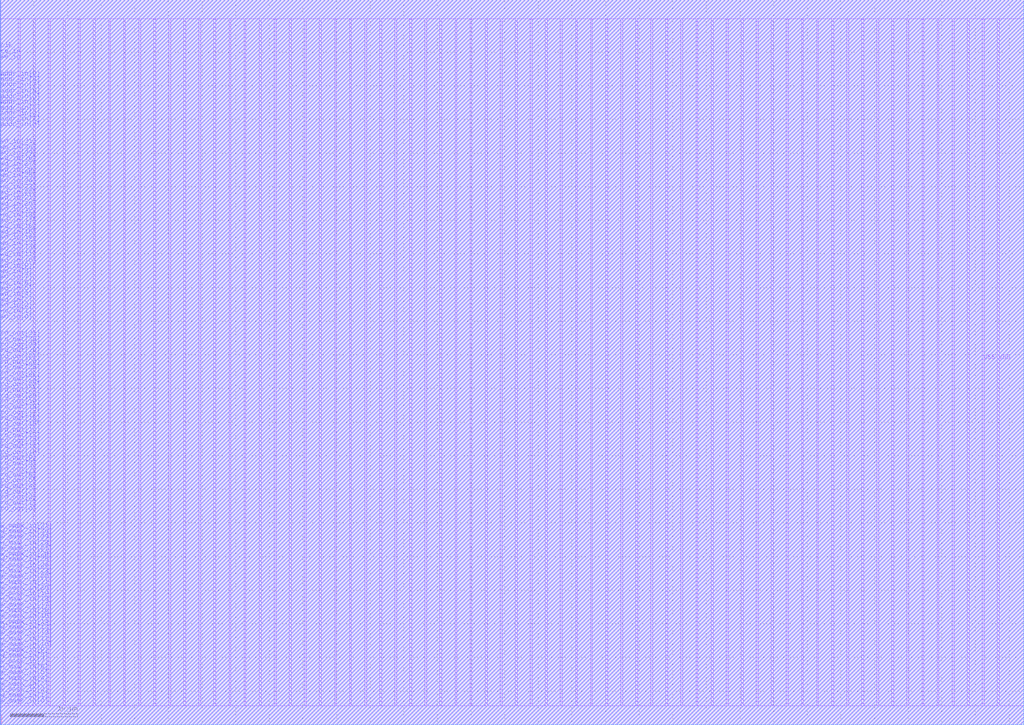
<source format=lef>
VERSION 5.7 ;
BUSBITCHARS "[]" ;
MACRO fakeram45_1024x32_upper
  FOREIGN fakeram45_1024x32_upper 0 0 ;
  SYMMETRY X Y R90 ;
  SIZE 0.19 BY 1.4 ;
  CLASS BLOCK ;
  PIN w_mask_in[0]
    DIRECTION INPUT ;
    USE SIGNAL ;
    SHAPE ABUTMENT ;
    PORT
      LAYER metal18 ;
      RECT 0.000 2.800 0.070 2.870 ;
    END
  END w_mask_in[0]
  PIN w_mask_in[1]
    DIRECTION INPUT ;
    USE SIGNAL ;
    SHAPE ABUTMENT ;
    PORT
      LAYER metal18 ;
      RECT 0.000 3.640 0.070 3.710 ;
    END
  END w_mask_in[1]
  PIN w_mask_in[2]
    DIRECTION INPUT ;
    USE SIGNAL ;
    SHAPE ABUTMENT ;
    PORT
      LAYER metal18 ;
      RECT 0.000 4.480 0.070 4.550 ;
    END
  END w_mask_in[2]
  PIN w_mask_in[3]
    DIRECTION INPUT ;
    USE SIGNAL ;
    SHAPE ABUTMENT ;
    PORT
      LAYER metal18 ;
      RECT 0.000 5.320 0.070 5.390 ;
    END
  END w_mask_in[3]
  PIN w_mask_in[4]
    DIRECTION INPUT ;
    USE SIGNAL ;
    SHAPE ABUTMENT ;
    PORT
      LAYER metal18 ;
      RECT 0.000 6.160 0.070 6.230 ;
    END
  END w_mask_in[4]
  PIN w_mask_in[5]
    DIRECTION INPUT ;
    USE SIGNAL ;
    SHAPE ABUTMENT ;
    PORT
      LAYER metal18 ;
      RECT 0.000 7.000 0.070 7.070 ;
    END
  END w_mask_in[5]
  PIN w_mask_in[6]
    DIRECTION INPUT ;
    USE SIGNAL ;
    SHAPE ABUTMENT ;
    PORT
      LAYER metal18 ;
      RECT 0.000 7.840 0.070 7.910 ;
    END
  END w_mask_in[6]
  PIN w_mask_in[7]
    DIRECTION INPUT ;
    USE SIGNAL ;
    SHAPE ABUTMENT ;
    PORT
      LAYER metal18 ;
      RECT 0.000 8.680 0.070 8.750 ;
    END
  END w_mask_in[7]
  PIN w_mask_in[8]
    DIRECTION INPUT ;
    USE SIGNAL ;
    SHAPE ABUTMENT ;
    PORT
      LAYER metal18 ;
      RECT 0.000 9.520 0.070 9.590 ;
    END
  END w_mask_in[8]
  PIN w_mask_in[9]
    DIRECTION INPUT ;
    USE SIGNAL ;
    SHAPE ABUTMENT ;
    PORT
      LAYER metal18 ;
      RECT 0.000 10.360 0.070 10.430 ;
    END
  END w_mask_in[9]
  PIN w_mask_in[10]
    DIRECTION INPUT ;
    USE SIGNAL ;
    SHAPE ABUTMENT ;
    PORT
      LAYER metal18 ;
      RECT 0.000 11.200 0.070 11.270 ;
    END
  END w_mask_in[10]
  PIN w_mask_in[11]
    DIRECTION INPUT ;
    USE SIGNAL ;
    SHAPE ABUTMENT ;
    PORT
      LAYER metal18 ;
      RECT 0.000 12.040 0.070 12.110 ;
    END
  END w_mask_in[11]
  PIN w_mask_in[12]
    DIRECTION INPUT ;
    USE SIGNAL ;
    SHAPE ABUTMENT ;
    PORT
      LAYER metal18 ;
      RECT 0.000 12.880 0.070 12.950 ;
    END
  END w_mask_in[12]
  PIN w_mask_in[13]
    DIRECTION INPUT ;
    USE SIGNAL ;
    SHAPE ABUTMENT ;
    PORT
      LAYER metal18 ;
      RECT 0.000 13.720 0.070 13.790 ;
    END
  END w_mask_in[13]
  PIN w_mask_in[14]
    DIRECTION INPUT ;
    USE SIGNAL ;
    SHAPE ABUTMENT ;
    PORT
      LAYER metal18 ;
      RECT 0.000 14.560 0.070 14.630 ;
    END
  END w_mask_in[14]
  PIN w_mask_in[15]
    DIRECTION INPUT ;
    USE SIGNAL ;
    SHAPE ABUTMENT ;
    PORT
      LAYER metal18 ;
      RECT 0.000 15.400 0.070 15.470 ;
    END
  END w_mask_in[15]
  PIN w_mask_in[16]
    DIRECTION INPUT ;
    USE SIGNAL ;
    SHAPE ABUTMENT ;
    PORT
      LAYER metal18 ;
      RECT 0.000 16.240 0.070 16.310 ;
    END
  END w_mask_in[16]
  PIN w_mask_in[17]
    DIRECTION INPUT ;
    USE SIGNAL ;
    SHAPE ABUTMENT ;
    PORT
      LAYER metal18 ;
      RECT 0.000 17.080 0.070 17.150 ;
    END
  END w_mask_in[17]
  PIN w_mask_in[18]
    DIRECTION INPUT ;
    USE SIGNAL ;
    SHAPE ABUTMENT ;
    PORT
      LAYER metal18 ;
      RECT 0.000 17.920 0.070 17.990 ;
    END
  END w_mask_in[18]
  PIN w_mask_in[19]
    DIRECTION INPUT ;
    USE SIGNAL ;
    SHAPE ABUTMENT ;
    PORT
      LAYER metal18 ;
      RECT 0.000 18.760 0.070 18.830 ;
    END
  END w_mask_in[19]
  PIN w_mask_in[20]
    DIRECTION INPUT ;
    USE SIGNAL ;
    SHAPE ABUTMENT ;
    PORT
      LAYER metal18 ;
      RECT 0.000 19.600 0.070 19.670 ;
    END
  END w_mask_in[20]
  PIN w_mask_in[21]
    DIRECTION INPUT ;
    USE SIGNAL ;
    SHAPE ABUTMENT ;
    PORT
      LAYER metal18 ;
      RECT 0.000 20.440 0.070 20.510 ;
    END
  END w_mask_in[21]
  PIN w_mask_in[22]
    DIRECTION INPUT ;
    USE SIGNAL ;
    SHAPE ABUTMENT ;
    PORT
      LAYER metal18 ;
      RECT 0.000 21.280 0.070 21.350 ;
    END
  END w_mask_in[22]
  PIN w_mask_in[23]
    DIRECTION INPUT ;
    USE SIGNAL ;
    SHAPE ABUTMENT ;
    PORT
      LAYER metal18 ;
      RECT 0.000 22.120 0.070 22.190 ;
    END
  END w_mask_in[23]
  PIN w_mask_in[24]
    DIRECTION INPUT ;
    USE SIGNAL ;
    SHAPE ABUTMENT ;
    PORT
      LAYER metal18 ;
      RECT 0.000 22.960 0.070 23.030 ;
    END
  END w_mask_in[24]
  PIN w_mask_in[25]
    DIRECTION INPUT ;
    USE SIGNAL ;
    SHAPE ABUTMENT ;
    PORT
      LAYER metal18 ;
      RECT 0.000 23.800 0.070 23.870 ;
    END
  END w_mask_in[25]
  PIN w_mask_in[26]
    DIRECTION INPUT ;
    USE SIGNAL ;
    SHAPE ABUTMENT ;
    PORT
      LAYER metal18 ;
      RECT 0.000 24.640 0.070 24.710 ;
    END
  END w_mask_in[26]
  PIN w_mask_in[27]
    DIRECTION INPUT ;
    USE SIGNAL ;
    SHAPE ABUTMENT ;
    PORT
      LAYER metal18 ;
      RECT 0.000 25.480 0.070 25.550 ;
    END
  END w_mask_in[27]
  PIN w_mask_in[28]
    DIRECTION INPUT ;
    USE SIGNAL ;
    SHAPE ABUTMENT ;
    PORT
      LAYER metal18 ;
      RECT 0.000 26.320 0.070 26.390 ;
    END
  END w_mask_in[28]
  PIN w_mask_in[29]
    DIRECTION INPUT ;
    USE SIGNAL ;
    SHAPE ABUTMENT ;
    PORT
      LAYER metal18 ;
      RECT 0.000 27.160 0.070 27.230 ;
    END
  END w_mask_in[29]
  PIN w_mask_in[30]
    DIRECTION INPUT ;
    USE SIGNAL ;
    SHAPE ABUTMENT ;
    PORT
      LAYER metal18 ;
      RECT 0.000 28.000 0.070 28.070 ;
    END
  END w_mask_in[30]
  PIN w_mask_in[31]
    DIRECTION INPUT ;
    USE SIGNAL ;
    SHAPE ABUTMENT ;
    PORT
      LAYER metal18 ;
      RECT 0.000 28.840 0.070 28.910 ;
    END
  END w_mask_in[31]
  PIN rd_out[0]
    DIRECTION OUTPUT ;
    USE SIGNAL ;
    SHAPE ABUTMENT ;
    PORT
      LAYER metal18 ;
      RECT 0.000 31.360 0.070 31.430 ;
    END
  END rd_out[0]
  PIN rd_out[1]
    DIRECTION OUTPUT ;
    USE SIGNAL ;
    SHAPE ABUTMENT ;
    PORT
      LAYER metal18 ;
      RECT 0.000 32.200 0.070 32.270 ;
    END
  END rd_out[1]
  PIN rd_out[2]
    DIRECTION OUTPUT ;
    USE SIGNAL ;
    SHAPE ABUTMENT ;
    PORT
      LAYER metal18 ;
      RECT 0.000 33.040 0.070 33.110 ;
    END
  END rd_out[2]
  PIN rd_out[3]
    DIRECTION OUTPUT ;
    USE SIGNAL ;
    SHAPE ABUTMENT ;
    PORT
      LAYER metal18 ;
      RECT 0.000 33.880 0.070 33.950 ;
    END
  END rd_out[3]
  PIN rd_out[4]
    DIRECTION OUTPUT ;
    USE SIGNAL ;
    SHAPE ABUTMENT ;
    PORT
      LAYER metal18 ;
      RECT 0.000 34.720 0.070 34.790 ;
    END
  END rd_out[4]
  PIN rd_out[5]
    DIRECTION OUTPUT ;
    USE SIGNAL ;
    SHAPE ABUTMENT ;
    PORT
      LAYER metal18 ;
      RECT 0.000 35.560 0.070 35.630 ;
    END
  END rd_out[5]
  PIN rd_out[6]
    DIRECTION OUTPUT ;
    USE SIGNAL ;
    SHAPE ABUTMENT ;
    PORT
      LAYER metal18 ;
      RECT 0.000 36.400 0.070 36.470 ;
    END
  END rd_out[6]
  PIN rd_out[7]
    DIRECTION OUTPUT ;
    USE SIGNAL ;
    SHAPE ABUTMENT ;
    PORT
      LAYER metal18 ;
      RECT 0.000 37.240 0.070 37.310 ;
    END
  END rd_out[7]
  PIN rd_out[8]
    DIRECTION OUTPUT ;
    USE SIGNAL ;
    SHAPE ABUTMENT ;
    PORT
      LAYER metal18 ;
      RECT 0.000 38.080 0.070 38.150 ;
    END
  END rd_out[8]
  PIN rd_out[9]
    DIRECTION OUTPUT ;
    USE SIGNAL ;
    SHAPE ABUTMENT ;
    PORT
      LAYER metal18 ;
      RECT 0.000 38.920 0.070 38.990 ;
    END
  END rd_out[9]
  PIN rd_out[10]
    DIRECTION OUTPUT ;
    USE SIGNAL ;
    SHAPE ABUTMENT ;
    PORT
      LAYER metal18 ;
      RECT 0.000 39.760 0.070 39.830 ;
    END
  END rd_out[10]
  PIN rd_out[11]
    DIRECTION OUTPUT ;
    USE SIGNAL ;
    SHAPE ABUTMENT ;
    PORT
      LAYER metal18 ;
      RECT 0.000 40.600 0.070 40.670 ;
    END
  END rd_out[11]
  PIN rd_out[12]
    DIRECTION OUTPUT ;
    USE SIGNAL ;
    SHAPE ABUTMENT ;
    PORT
      LAYER metal18 ;
      RECT 0.000 41.440 0.070 41.510 ;
    END
  END rd_out[12]
  PIN rd_out[13]
    DIRECTION OUTPUT ;
    USE SIGNAL ;
    SHAPE ABUTMENT ;
    PORT
      LAYER metal18 ;
      RECT 0.000 42.280 0.070 42.350 ;
    END
  END rd_out[13]
  PIN rd_out[14]
    DIRECTION OUTPUT ;
    USE SIGNAL ;
    SHAPE ABUTMENT ;
    PORT
      LAYER metal18 ;
      RECT 0.000 43.120 0.070 43.190 ;
    END
  END rd_out[14]
  PIN rd_out[15]
    DIRECTION OUTPUT ;
    USE SIGNAL ;
    SHAPE ABUTMENT ;
    PORT
      LAYER metal18 ;
      RECT 0.000 43.960 0.070 44.030 ;
    END
  END rd_out[15]
  PIN rd_out[16]
    DIRECTION OUTPUT ;
    USE SIGNAL ;
    SHAPE ABUTMENT ;
    PORT
      LAYER metal18 ;
      RECT 0.000 44.800 0.070 44.870 ;
    END
  END rd_out[16]
  PIN rd_out[17]
    DIRECTION OUTPUT ;
    USE SIGNAL ;
    SHAPE ABUTMENT ;
    PORT
      LAYER metal18 ;
      RECT 0.000 45.640 0.070 45.710 ;
    END
  END rd_out[17]
  PIN rd_out[18]
    DIRECTION OUTPUT ;
    USE SIGNAL ;
    SHAPE ABUTMENT ;
    PORT
      LAYER metal18 ;
      RECT 0.000 46.480 0.070 46.550 ;
    END
  END rd_out[18]
  PIN rd_out[19]
    DIRECTION OUTPUT ;
    USE SIGNAL ;
    SHAPE ABUTMENT ;
    PORT
      LAYER metal18 ;
      RECT 0.000 47.320 0.070 47.390 ;
    END
  END rd_out[19]
  PIN rd_out[20]
    DIRECTION OUTPUT ;
    USE SIGNAL ;
    SHAPE ABUTMENT ;
    PORT
      LAYER metal18 ;
      RECT 0.000 48.160 0.070 48.230 ;
    END
  END rd_out[20]
  PIN rd_out[21]
    DIRECTION OUTPUT ;
    USE SIGNAL ;
    SHAPE ABUTMENT ;
    PORT
      LAYER metal18 ;
      RECT 0.000 49.000 0.070 49.070 ;
    END
  END rd_out[21]
  PIN rd_out[22]
    DIRECTION OUTPUT ;
    USE SIGNAL ;
    SHAPE ABUTMENT ;
    PORT
      LAYER metal18 ;
      RECT 0.000 49.840 0.070 49.910 ;
    END
  END rd_out[22]
  PIN rd_out[23]
    DIRECTION OUTPUT ;
    USE SIGNAL ;
    SHAPE ABUTMENT ;
    PORT
      LAYER metal18 ;
      RECT 0.000 50.680 0.070 50.750 ;
    END
  END rd_out[23]
  PIN rd_out[24]
    DIRECTION OUTPUT ;
    USE SIGNAL ;
    SHAPE ABUTMENT ;
    PORT
      LAYER metal18 ;
      RECT 0.000 51.520 0.070 51.590 ;
    END
  END rd_out[24]
  PIN rd_out[25]
    DIRECTION OUTPUT ;
    USE SIGNAL ;
    SHAPE ABUTMENT ;
    PORT
      LAYER metal18 ;
      RECT 0.000 52.360 0.070 52.430 ;
    END
  END rd_out[25]
  PIN rd_out[26]
    DIRECTION OUTPUT ;
    USE SIGNAL ;
    SHAPE ABUTMENT ;
    PORT
      LAYER metal18 ;
      RECT 0.000 53.200 0.070 53.270 ;
    END
  END rd_out[26]
  PIN rd_out[27]
    DIRECTION OUTPUT ;
    USE SIGNAL ;
    SHAPE ABUTMENT ;
    PORT
      LAYER metal18 ;
      RECT 0.000 54.040 0.070 54.110 ;
    END
  END rd_out[27]
  PIN rd_out[28]
    DIRECTION OUTPUT ;
    USE SIGNAL ;
    SHAPE ABUTMENT ;
    PORT
      LAYER metal18 ;
      RECT 0.000 54.880 0.070 54.950 ;
    END
  END rd_out[28]
  PIN rd_out[29]
    DIRECTION OUTPUT ;
    USE SIGNAL ;
    SHAPE ABUTMENT ;
    PORT
      LAYER metal18 ;
      RECT 0.000 55.720 0.070 55.790 ;
    END
  END rd_out[29]
  PIN rd_out[30]
    DIRECTION OUTPUT ;
    USE SIGNAL ;
    SHAPE ABUTMENT ;
    PORT
      LAYER metal18 ;
      RECT 0.000 56.560 0.070 56.630 ;
    END
  END rd_out[30]
  PIN rd_out[31]
    DIRECTION OUTPUT ;
    USE SIGNAL ;
    SHAPE ABUTMENT ;
    PORT
      LAYER metal18 ;
      RECT 0.000 57.400 0.070 57.470 ;
    END
  END rd_out[31]
  PIN wd_in[0]
    DIRECTION INPUT ;
    USE SIGNAL ;
    SHAPE ABUTMENT ;
    PORT
      LAYER metal18 ;
      RECT 0.000 59.920 0.070 59.990 ;
    END
  END wd_in[0]
  PIN wd_in[1]
    DIRECTION INPUT ;
    USE SIGNAL ;
    SHAPE ABUTMENT ;
    PORT
      LAYER metal18 ;
      RECT 0.000 60.760 0.070 60.830 ;
    END
  END wd_in[1]
  PIN wd_in[2]
    DIRECTION INPUT ;
    USE SIGNAL ;
    SHAPE ABUTMENT ;
    PORT
      LAYER metal18 ;
      RECT 0.000 61.600 0.070 61.670 ;
    END
  END wd_in[2]
  PIN wd_in[3]
    DIRECTION INPUT ;
    USE SIGNAL ;
    SHAPE ABUTMENT ;
    PORT
      LAYER metal18 ;
      RECT 0.000 62.440 0.070 62.510 ;
    END
  END wd_in[3]
  PIN wd_in[4]
    DIRECTION INPUT ;
    USE SIGNAL ;
    SHAPE ABUTMENT ;
    PORT
      LAYER metal18 ;
      RECT 0.000 63.280 0.070 63.350 ;
    END
  END wd_in[4]
  PIN wd_in[5]
    DIRECTION INPUT ;
    USE SIGNAL ;
    SHAPE ABUTMENT ;
    PORT
      LAYER metal18 ;
      RECT 0.000 64.120 0.070 64.190 ;
    END
  END wd_in[5]
  PIN wd_in[6]
    DIRECTION INPUT ;
    USE SIGNAL ;
    SHAPE ABUTMENT ;
    PORT
      LAYER metal18 ;
      RECT 0.000 64.960 0.070 65.030 ;
    END
  END wd_in[6]
  PIN wd_in[7]
    DIRECTION INPUT ;
    USE SIGNAL ;
    SHAPE ABUTMENT ;
    PORT
      LAYER metal18 ;
      RECT 0.000 65.800 0.070 65.870 ;
    END
  END wd_in[7]
  PIN wd_in[8]
    DIRECTION INPUT ;
    USE SIGNAL ;
    SHAPE ABUTMENT ;
    PORT
      LAYER metal18 ;
      RECT 0.000 66.640 0.070 66.710 ;
    END
  END wd_in[8]
  PIN wd_in[9]
    DIRECTION INPUT ;
    USE SIGNAL ;
    SHAPE ABUTMENT ;
    PORT
      LAYER metal18 ;
      RECT 0.000 67.480 0.070 67.550 ;
    END
  END wd_in[9]
  PIN wd_in[10]
    DIRECTION INPUT ;
    USE SIGNAL ;
    SHAPE ABUTMENT ;
    PORT
      LAYER metal18 ;
      RECT 0.000 68.320 0.070 68.390 ;
    END
  END wd_in[10]
  PIN wd_in[11]
    DIRECTION INPUT ;
    USE SIGNAL ;
    SHAPE ABUTMENT ;
    PORT
      LAYER metal18 ;
      RECT 0.000 69.160 0.070 69.230 ;
    END
  END wd_in[11]
  PIN wd_in[12]
    DIRECTION INPUT ;
    USE SIGNAL ;
    SHAPE ABUTMENT ;
    PORT
      LAYER metal18 ;
      RECT 0.000 70.000 0.070 70.070 ;
    END
  END wd_in[12]
  PIN wd_in[13]
    DIRECTION INPUT ;
    USE SIGNAL ;
    SHAPE ABUTMENT ;
    PORT
      LAYER metal18 ;
      RECT 0.000 70.840 0.070 70.910 ;
    END
  END wd_in[13]
  PIN wd_in[14]
    DIRECTION INPUT ;
    USE SIGNAL ;
    SHAPE ABUTMENT ;
    PORT
      LAYER metal18 ;
      RECT 0.000 71.680 0.070 71.750 ;
    END
  END wd_in[14]
  PIN wd_in[15]
    DIRECTION INPUT ;
    USE SIGNAL ;
    SHAPE ABUTMENT ;
    PORT
      LAYER metal18 ;
      RECT 0.000 72.520 0.070 72.590 ;
    END
  END wd_in[15]
  PIN wd_in[16]
    DIRECTION INPUT ;
    USE SIGNAL ;
    SHAPE ABUTMENT ;
    PORT
      LAYER metal18 ;
      RECT 0.000 73.360 0.070 73.430 ;
    END
  END wd_in[16]
  PIN wd_in[17]
    DIRECTION INPUT ;
    USE SIGNAL ;
    SHAPE ABUTMENT ;
    PORT
      LAYER metal18 ;
      RECT 0.000 74.200 0.070 74.270 ;
    END
  END wd_in[17]
  PIN wd_in[18]
    DIRECTION INPUT ;
    USE SIGNAL ;
    SHAPE ABUTMENT ;
    PORT
      LAYER metal18 ;
      RECT 0.000 75.040 0.070 75.110 ;
    END
  END wd_in[18]
  PIN wd_in[19]
    DIRECTION INPUT ;
    USE SIGNAL ;
    SHAPE ABUTMENT ;
    PORT
      LAYER metal18 ;
      RECT 0.000 75.880 0.070 75.950 ;
    END
  END wd_in[19]
  PIN wd_in[20]
    DIRECTION INPUT ;
    USE SIGNAL ;
    SHAPE ABUTMENT ;
    PORT
      LAYER metal18 ;
      RECT 0.000 76.720 0.070 76.790 ;
    END
  END wd_in[20]
  PIN wd_in[21]
    DIRECTION INPUT ;
    USE SIGNAL ;
    SHAPE ABUTMENT ;
    PORT
      LAYER metal18 ;
      RECT 0.000 77.560 0.070 77.630 ;
    END
  END wd_in[21]
  PIN wd_in[22]
    DIRECTION INPUT ;
    USE SIGNAL ;
    SHAPE ABUTMENT ;
    PORT
      LAYER metal18 ;
      RECT 0.000 78.400 0.070 78.470 ;
    END
  END wd_in[22]
  PIN wd_in[23]
    DIRECTION INPUT ;
    USE SIGNAL ;
    SHAPE ABUTMENT ;
    PORT
      LAYER metal18 ;
      RECT 0.000 79.240 0.070 79.310 ;
    END
  END wd_in[23]
  PIN wd_in[24]
    DIRECTION INPUT ;
    USE SIGNAL ;
    SHAPE ABUTMENT ;
    PORT
      LAYER metal18 ;
      RECT 0.000 80.080 0.070 80.150 ;
    END
  END wd_in[24]
  PIN wd_in[25]
    DIRECTION INPUT ;
    USE SIGNAL ;
    SHAPE ABUTMENT ;
    PORT
      LAYER metal18 ;
      RECT 0.000 80.920 0.070 80.990 ;
    END
  END wd_in[25]
  PIN wd_in[26]
    DIRECTION INPUT ;
    USE SIGNAL ;
    SHAPE ABUTMENT ;
    PORT
      LAYER metal18 ;
      RECT 0.000 81.760 0.070 81.830 ;
    END
  END wd_in[26]
  PIN wd_in[27]
    DIRECTION INPUT ;
    USE SIGNAL ;
    SHAPE ABUTMENT ;
    PORT
      LAYER metal18 ;
      RECT 0.000 82.600 0.070 82.670 ;
    END
  END wd_in[27]
  PIN wd_in[28]
    DIRECTION INPUT ;
    USE SIGNAL ;
    SHAPE ABUTMENT ;
    PORT
      LAYER metal18 ;
      RECT 0.000 83.440 0.070 83.510 ;
    END
  END wd_in[28]
  PIN wd_in[29]
    DIRECTION INPUT ;
    USE SIGNAL ;
    SHAPE ABUTMENT ;
    PORT
      LAYER metal18 ;
      RECT 0.000 84.280 0.070 84.350 ;
    END
  END wd_in[29]
  PIN wd_in[30]
    DIRECTION INPUT ;
    USE SIGNAL ;
    SHAPE ABUTMENT ;
    PORT
      LAYER metal18 ;
      RECT 0.000 85.120 0.070 85.190 ;
    END
  END wd_in[30]
  PIN wd_in[31]
    DIRECTION INPUT ;
    USE SIGNAL ;
    SHAPE ABUTMENT ;
    PORT
      LAYER metal18 ;
      RECT 0.000 85.960 0.070 86.030 ;
    END
  END wd_in[31]
  PIN addr_in[0]
    DIRECTION INPUT ;
    USE SIGNAL ;
    SHAPE ABUTMENT ;
    PORT
      LAYER metal18 ;
      RECT 0.000 88.480 0.070 88.550 ;
    END
  END addr_in[0]
  PIN addr_in[1]
    DIRECTION INPUT ;
    USE SIGNAL ;
    SHAPE ABUTMENT ;
    PORT
      LAYER metal18 ;
      RECT 0.000 89.320 0.070 89.390 ;
    END
  END addr_in[1]
  PIN addr_in[2]
    DIRECTION INPUT ;
    USE SIGNAL ;
    SHAPE ABUTMENT ;
    PORT
      LAYER metal18 ;
      RECT 0.000 90.160 0.070 90.230 ;
    END
  END addr_in[2]
  PIN addr_in[3]
    DIRECTION INPUT ;
    USE SIGNAL ;
    SHAPE ABUTMENT ;
    PORT
      LAYER metal18 ;
      RECT 0.000 91.000 0.070 91.070 ;
    END
  END addr_in[3]
  PIN addr_in[4]
    DIRECTION INPUT ;
    USE SIGNAL ;
    SHAPE ABUTMENT ;
    PORT
      LAYER metal18 ;
      RECT 0.000 91.840 0.070 91.910 ;
    END
  END addr_in[4]
  PIN addr_in[5]
    DIRECTION INPUT ;
    USE SIGNAL ;
    SHAPE ABUTMENT ;
    PORT
      LAYER metal18 ;
      RECT 0.000 92.680 0.070 92.750 ;
    END
  END addr_in[5]
  PIN addr_in[6]
    DIRECTION INPUT ;
    USE SIGNAL ;
    SHAPE ABUTMENT ;
    PORT
      LAYER metal18 ;
      RECT 0.000 93.520 0.070 93.590 ;
    END
  END addr_in[6]
  PIN addr_in[7]
    DIRECTION INPUT ;
    USE SIGNAL ;
    SHAPE ABUTMENT ;
    PORT
      LAYER metal18 ;
      RECT 0.000 94.360 0.070 94.430 ;
    END
  END addr_in[7]
  PIN addr_in[8]
    DIRECTION INPUT ;
    USE SIGNAL ;
    SHAPE ABUTMENT ;
    PORT
      LAYER metal18 ;
      RECT 0.000 95.200 0.070 95.270 ;
    END
  END addr_in[8]
  PIN addr_in[9]
    DIRECTION INPUT ;
    USE SIGNAL ;
    SHAPE ABUTMENT ;
    PORT
      LAYER metal18 ;
      RECT 0.000 96.040 0.070 96.110 ;
    END
  END addr_in[9]
  PIN we_in
    DIRECTION INPUT ;
    USE SIGNAL ;
    SHAPE ABUTMENT ;
    PORT
      LAYER metal18 ;
      RECT 0.000 98.560 0.070 98.630 ;
    END
  END we_in
  PIN ce_in
    DIRECTION INPUT ;
    USE SIGNAL ;
    SHAPE ABUTMENT ;
    PORT
      LAYER metal18 ;
      RECT 0.000 99.400 0.070 99.470 ;
    END
  END ce_in
  PIN clk
    DIRECTION INPUT ;
    USE SIGNAL ;
    SHAPE ABUTMENT ;
    PORT
      LAYER metal18 ;
      RECT 0.000 100.240 0.070 100.310 ;
    END
  END clk
  PIN VSS
    DIRECTION INOUT ;
    USE GROUND ;
    PORT
      LAYER metal17 ;
      RECT 2.660 2.800 2.940 105.000 ;
      RECT 7.140 2.800 7.420 105.000 ;
      RECT 11.620 2.800 11.900 105.000 ;
      RECT 16.100 2.800 16.380 105.000 ;
      RECT 20.580 2.800 20.860 105.000 ;
      RECT 25.060 2.800 25.340 105.000 ;
      RECT 29.540 2.800 29.820 105.000 ;
      RECT 34.020 2.800 34.300 105.000 ;
      RECT 38.500 2.800 38.780 105.000 ;
      RECT 42.980 2.800 43.260 105.000 ;
      RECT 47.460 2.800 47.740 105.000 ;
      RECT 51.940 2.800 52.220 105.000 ;
      RECT 56.420 2.800 56.700 105.000 ;
      RECT 60.900 2.800 61.180 105.000 ;
      RECT 65.380 2.800 65.660 105.000 ;
      RECT 69.860 2.800 70.140 105.000 ;
      RECT 74.340 2.800 74.620 105.000 ;
      RECT 78.820 2.800 79.100 105.000 ;
      RECT 83.300 2.800 83.580 105.000 ;
      RECT 87.780 2.800 88.060 105.000 ;
      RECT 92.260 2.800 92.540 105.000 ;
      RECT 96.740 2.800 97.020 105.000 ;
      RECT 101.220 2.800 101.500 105.000 ;
      RECT 105.700 2.800 105.980 105.000 ;
      RECT 110.180 2.800 110.460 105.000 ;
      RECT 114.660 2.800 114.940 105.000 ;
      RECT 119.140 2.800 119.420 105.000 ;
      RECT 123.620 2.800 123.900 105.000 ;
      RECT 128.100 2.800 128.380 105.000 ;
      RECT 132.580 2.800 132.860 105.000 ;
      RECT 137.060 2.800 137.340 105.000 ;
      RECT 141.540 2.800 141.820 105.000 ;
      RECT 146.020 2.800 146.300 105.000 ;
    END
  END VSS
  PIN VDD
    DIRECTION INOUT ;
    USE POWER ;
    PORT
      LAYER metal17 ;
      RECT 4.900 2.800 5.180 105.000 ;
      RECT 9.380 2.800 9.660 105.000 ;
      RECT 13.860 2.800 14.140 105.000 ;
      RECT 18.340 2.800 18.620 105.000 ;
      RECT 22.820 2.800 23.100 105.000 ;
      RECT 27.300 2.800 27.580 105.000 ;
      RECT 31.780 2.800 32.060 105.000 ;
      RECT 36.260 2.800 36.540 105.000 ;
      RECT 40.740 2.800 41.020 105.000 ;
      RECT 45.220 2.800 45.500 105.000 ;
      RECT 49.700 2.800 49.980 105.000 ;
      RECT 54.180 2.800 54.460 105.000 ;
      RECT 58.660 2.800 58.940 105.000 ;
      RECT 63.140 2.800 63.420 105.000 ;
      RECT 67.620 2.800 67.900 105.000 ;
      RECT 72.100 2.800 72.380 105.000 ;
      RECT 76.580 2.800 76.860 105.000 ;
      RECT 81.060 2.800 81.340 105.000 ;
      RECT 85.540 2.800 85.820 105.000 ;
      RECT 90.020 2.800 90.300 105.000 ;
      RECT 94.500 2.800 94.780 105.000 ;
      RECT 98.980 2.800 99.260 105.000 ;
      RECT 103.460 2.800 103.740 105.000 ;
      RECT 107.940 2.800 108.220 105.000 ;
      RECT 112.420 2.800 112.700 105.000 ;
      RECT 116.900 2.800 117.180 105.000 ;
      RECT 121.380 2.800 121.660 105.000 ;
      RECT 125.860 2.800 126.140 105.000 ;
      RECT 130.340 2.800 130.620 105.000 ;
      RECT 134.820 2.800 135.100 105.000 ;
      RECT 139.300 2.800 139.580 105.000 ;
      RECT 143.780 2.800 144.060 105.000 ;
      RECT 148.260 2.800 148.540 105.000 ;
    END
  END VDD
  OBS
    LAYER metal20 ;
    RECT 0 0 152.190 107.800 ;
    LAYER metal19 ;
    RECT 0 0 152.190 107.800 ;
    LAYER metal18 ;
    RECT 0.070 0 152.190 107.800 ;
    RECT 0 0.000 0.070 2.800 ;
    RECT 0 2.870 0.070 3.640 ;
    RECT 0 3.710 0.070 4.480 ;
    RECT 0 4.550 0.070 5.320 ;
    RECT 0 5.390 0.070 6.160 ;
    RECT 0 6.230 0.070 7.000 ;
    RECT 0 7.070 0.070 7.840 ;
    RECT 0 7.910 0.070 8.680 ;
    RECT 0 8.750 0.070 9.520 ;
    RECT 0 9.590 0.070 10.360 ;
    RECT 0 10.430 0.070 11.200 ;
    RECT 0 11.270 0.070 12.040 ;
    RECT 0 12.110 0.070 12.880 ;
    RECT 0 12.950 0.070 13.720 ;
    RECT 0 13.790 0.070 14.560 ;
    RECT 0 14.630 0.070 15.400 ;
    RECT 0 15.470 0.070 16.240 ;
    RECT 0 16.310 0.070 17.080 ;
    RECT 0 17.150 0.070 17.920 ;
    RECT 0 17.990 0.070 18.760 ;
    RECT 0 18.830 0.070 19.600 ;
    RECT 0 19.670 0.070 20.440 ;
    RECT 0 20.510 0.070 21.280 ;
    RECT 0 21.350 0.070 22.120 ;
    RECT 0 22.190 0.070 22.960 ;
    RECT 0 23.030 0.070 23.800 ;
    RECT 0 23.870 0.070 24.640 ;
    RECT 0 24.710 0.070 25.480 ;
    RECT 0 25.550 0.070 26.320 ;
    RECT 0 26.390 0.070 27.160 ;
    RECT 0 27.230 0.070 28.000 ;
    RECT 0 28.070 0.070 28.840 ;
    RECT 0 28.910 0.070 31.360 ;
    RECT 0 31.430 0.070 32.200 ;
    RECT 0 32.270 0.070 33.040 ;
    RECT 0 33.110 0.070 33.880 ;
    RECT 0 33.950 0.070 34.720 ;
    RECT 0 34.790 0.070 35.560 ;
    RECT 0 35.630 0.070 36.400 ;
    RECT 0 36.470 0.070 37.240 ;
    RECT 0 37.310 0.070 38.080 ;
    RECT 0 38.150 0.070 38.920 ;
    RECT 0 38.990 0.070 39.760 ;
    RECT 0 39.830 0.070 40.600 ;
    RECT 0 40.670 0.070 41.440 ;
    RECT 0 41.510 0.070 42.280 ;
    RECT 0 42.350 0.070 43.120 ;
    RECT 0 43.190 0.070 43.960 ;
    RECT 0 44.030 0.070 44.800 ;
    RECT 0 44.870 0.070 45.640 ;
    RECT 0 45.710 0.070 46.480 ;
    RECT 0 46.550 0.070 47.320 ;
    RECT 0 47.390 0.070 48.160 ;
    RECT 0 48.230 0.070 49.000 ;
    RECT 0 49.070 0.070 49.840 ;
    RECT 0 49.910 0.070 50.680 ;
    RECT 0 50.750 0.070 51.520 ;
    RECT 0 51.590 0.070 52.360 ;
    RECT 0 52.430 0.070 53.200 ;
    RECT 0 53.270 0.070 54.040 ;
    RECT 0 54.110 0.070 54.880 ;
    RECT 0 54.950 0.070 55.720 ;
    RECT 0 55.790 0.070 56.560 ;
    RECT 0 56.630 0.070 57.400 ;
    RECT 0 57.470 0.070 59.920 ;
    RECT 0 59.990 0.070 60.760 ;
    RECT 0 60.830 0.070 61.600 ;
    RECT 0 61.670 0.070 62.440 ;
    RECT 0 62.510 0.070 63.280 ;
    RECT 0 63.350 0.070 64.120 ;
    RECT 0 64.190 0.070 64.960 ;
    RECT 0 65.030 0.070 65.800 ;
    RECT 0 65.870 0.070 66.640 ;
    RECT 0 66.710 0.070 67.480 ;
    RECT 0 67.550 0.070 68.320 ;
    RECT 0 68.390 0.070 69.160 ;
    RECT 0 69.230 0.070 70.000 ;
    RECT 0 70.070 0.070 70.840 ;
    RECT 0 70.910 0.070 71.680 ;
    RECT 0 71.750 0.070 72.520 ;
    RECT 0 72.590 0.070 73.360 ;
    RECT 0 73.430 0.070 74.200 ;
    RECT 0 74.270 0.070 75.040 ;
    RECT 0 75.110 0.070 75.880 ;
    RECT 0 75.950 0.070 76.720 ;
    RECT 0 76.790 0.070 77.560 ;
    RECT 0 77.630 0.070 78.400 ;
    RECT 0 78.470 0.070 79.240 ;
    RECT 0 79.310 0.070 80.080 ;
    RECT 0 80.150 0.070 80.920 ;
    RECT 0 80.990 0.070 81.760 ;
    RECT 0 81.830 0.070 82.600 ;
    RECT 0 82.670 0.070 83.440 ;
    RECT 0 83.510 0.070 84.280 ;
    RECT 0 84.350 0.070 85.120 ;
    RECT 0 85.190 0.070 85.960 ;
    RECT 0 86.030 0.070 88.480 ;
    RECT 0 88.550 0.070 89.320 ;
    RECT 0 89.390 0.070 90.160 ;
    RECT 0 90.230 0.070 91.000 ;
    RECT 0 91.070 0.070 91.840 ;
    RECT 0 91.910 0.070 92.680 ;
    RECT 0 92.750 0.070 93.520 ;
    RECT 0 93.590 0.070 94.360 ;
    RECT 0 94.430 0.070 95.200 ;
    RECT 0 95.270 0.070 96.040 ;
    RECT 0 96.110 0.070 98.560 ;
    RECT 0 98.630 0.070 99.400 ;
    RECT 0 99.470 0.070 100.240 ;
    RECT 0 100.310 0.070 107.800 ;
    LAYER metal17 ;
    RECT 0 0 152.190 2.800 ;
    RECT 0 105.000 152.190 107.800 ;
    RECT 0.000 2.800 2.660 105.000 ;
    RECT 2.940 2.800 4.900 105.000 ;
    RECT 5.180 2.800 7.140 105.000 ;
    RECT 7.420 2.800 9.380 105.000 ;
    RECT 9.660 2.800 11.620 105.000 ;
    RECT 11.900 2.800 13.860 105.000 ;
    RECT 14.140 2.800 16.100 105.000 ;
    RECT 16.380 2.800 18.340 105.000 ;
    RECT 18.620 2.800 20.580 105.000 ;
    RECT 20.860 2.800 22.820 105.000 ;
    RECT 23.100 2.800 25.060 105.000 ;
    RECT 25.340 2.800 27.300 105.000 ;
    RECT 27.580 2.800 29.540 105.000 ;
    RECT 29.820 2.800 31.780 105.000 ;
    RECT 32.060 2.800 34.020 105.000 ;
    RECT 34.300 2.800 36.260 105.000 ;
    RECT 36.540 2.800 38.500 105.000 ;
    RECT 38.780 2.800 40.740 105.000 ;
    RECT 41.020 2.800 42.980 105.000 ;
    RECT 43.260 2.800 45.220 105.000 ;
    RECT 45.500 2.800 47.460 105.000 ;
    RECT 47.740 2.800 49.700 105.000 ;
    RECT 49.980 2.800 51.940 105.000 ;
    RECT 52.220 2.800 54.180 105.000 ;
    RECT 54.460 2.800 56.420 105.000 ;
    RECT 56.700 2.800 58.660 105.000 ;
    RECT 58.940 2.800 60.900 105.000 ;
    RECT 61.180 2.800 63.140 105.000 ;
    RECT 63.420 2.800 65.380 105.000 ;
    RECT 65.660 2.800 67.620 105.000 ;
    RECT 67.900 2.800 69.860 105.000 ;
    RECT 70.140 2.800 72.100 105.000 ;
    RECT 72.380 2.800 74.340 105.000 ;
    RECT 74.620 2.800 76.580 105.000 ;
    RECT 76.860 2.800 78.820 105.000 ;
    RECT 79.100 2.800 81.060 105.000 ;
    RECT 81.340 2.800 83.300 105.000 ;
    RECT 83.580 2.800 85.540 105.000 ;
    RECT 85.820 2.800 87.780 105.000 ;
    RECT 88.060 2.800 90.020 105.000 ;
    RECT 90.300 2.800 92.260 105.000 ;
    RECT 92.540 2.800 94.500 105.000 ;
    RECT 94.780 2.800 96.740 105.000 ;
    RECT 97.020 2.800 98.980 105.000 ;
    RECT 99.260 2.800 101.220 105.000 ;
    RECT 101.500 2.800 103.460 105.000 ;
    RECT 103.740 2.800 105.700 105.000 ;
    RECT 105.980 2.800 107.940 105.000 ;
    RECT 108.220 2.800 110.180 105.000 ;
    RECT 110.460 2.800 112.420 105.000 ;
    RECT 112.700 2.800 114.660 105.000 ;
    RECT 114.940 2.800 116.900 105.000 ;
    RECT 117.180 2.800 119.140 105.000 ;
    RECT 119.420 2.800 121.380 105.000 ;
    RECT 121.660 2.800 123.620 105.000 ;
    RECT 123.900 2.800 125.860 105.000 ;
    RECT 126.140 2.800 128.100 105.000 ;
    RECT 128.380 2.800 130.340 105.000 ;
    RECT 130.620 2.800 132.580 105.000 ;
    RECT 132.860 2.800 134.820 105.000 ;
    RECT 135.100 2.800 137.060 105.000 ;
    RECT 137.340 2.800 139.300 105.000 ;
    RECT 139.580 2.800 141.540 105.000 ;
    RECT 141.820 2.800 143.780 105.000 ;
    RECT 144.060 2.800 146.020 105.000 ;
    RECT 146.300 2.800 148.260 105.000 ;
    RECT 148.540 2.800 152.190 105.000 ;
  END
END fakeram45_1024x32_upper

END LIBRARY

</source>
